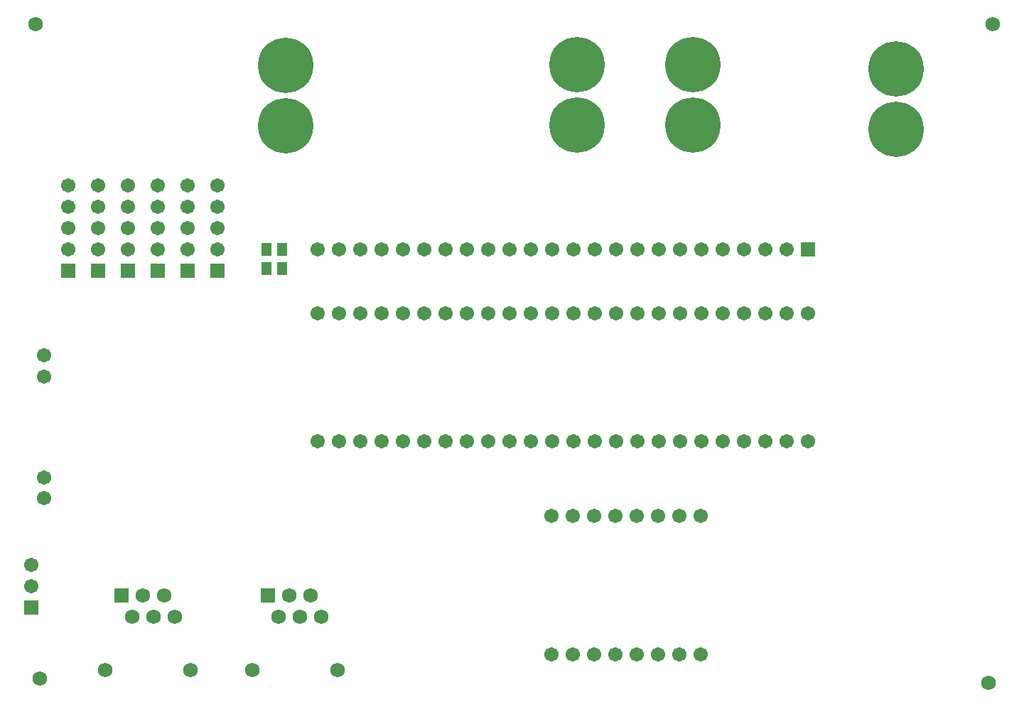
<source format=gbs>
G04*
G04 #@! TF.GenerationSoftware,Altium Limited,Altium Designer,20.0.12 (288)*
G04*
G04 Layer_Color=16711935*
%FSLAX25Y25*%
%MOIN*%
G70*
G01*
G75*
%ADD33R,0.04934X0.05918*%
%ADD41C,0.06706*%
%ADD42R,0.06706X0.06706*%
%ADD43R,0.06706X0.06706*%
%ADD44C,0.25997*%
%ADD45C,0.06800*%
%ADD46R,0.06800X0.06800*%
D33*
X129283Y217000D02*
D03*
X122000D02*
D03*
X129283Y208000D02*
D03*
X122000D02*
D03*
D41*
X265800Y27200D02*
D03*
X255800D02*
D03*
X265800Y92200D02*
D03*
X255800D02*
D03*
X285800Y27200D02*
D03*
X275800D02*
D03*
X285800Y92200D02*
D03*
X275800D02*
D03*
X305800Y27200D02*
D03*
X295800D02*
D03*
X305800Y92200D02*
D03*
X295800D02*
D03*
X315800D02*
D03*
X325800D02*
D03*
X315800Y27200D02*
D03*
X325800D02*
D03*
X145858Y127142D02*
D03*
X155858D02*
D03*
X165858D02*
D03*
X175858D02*
D03*
X185858D02*
D03*
X195858D02*
D03*
X205858D02*
D03*
X215858D02*
D03*
X225858D02*
D03*
X235858D02*
D03*
X245858D02*
D03*
X255858D02*
D03*
X265858D02*
D03*
X275858D02*
D03*
Y187142D02*
D03*
X265858D02*
D03*
X255858D02*
D03*
X245858D02*
D03*
X235858D02*
D03*
X225858D02*
D03*
X215858D02*
D03*
X205858D02*
D03*
X195858D02*
D03*
X185858D02*
D03*
X175858D02*
D03*
X295858Y127142D02*
D03*
X305858D02*
D03*
X315858D02*
D03*
X325858D02*
D03*
X335858D02*
D03*
X345858D02*
D03*
X355858D02*
D03*
X365858D02*
D03*
X375858D02*
D03*
Y187142D02*
D03*
X365858D02*
D03*
X355858D02*
D03*
X345858D02*
D03*
X335858D02*
D03*
X325858D02*
D03*
X315858D02*
D03*
X285858Y127142D02*
D03*
X165858Y187142D02*
D03*
X155858D02*
D03*
X145858D02*
D03*
X285858D02*
D03*
X295858D02*
D03*
X305858D02*
D03*
X17717Y100394D02*
D03*
Y110236D02*
D03*
Y157480D02*
D03*
Y167323D02*
D03*
X29000Y247000D02*
D03*
Y217000D02*
D03*
Y227000D02*
D03*
Y237000D02*
D03*
X43000Y247000D02*
D03*
Y217000D02*
D03*
Y227000D02*
D03*
Y237000D02*
D03*
X57000Y247000D02*
D03*
Y217000D02*
D03*
Y227000D02*
D03*
Y237000D02*
D03*
X71000Y247000D02*
D03*
Y217000D02*
D03*
Y227000D02*
D03*
Y237000D02*
D03*
X85000Y247000D02*
D03*
Y217000D02*
D03*
Y227000D02*
D03*
Y237000D02*
D03*
X99000Y247000D02*
D03*
Y217000D02*
D03*
Y227000D02*
D03*
Y237000D02*
D03*
X11811Y69055D02*
D03*
Y59055D02*
D03*
X155858Y217142D02*
D03*
X165858D02*
D03*
X175858D02*
D03*
X185858D02*
D03*
X225858D02*
D03*
X215858D02*
D03*
X205858D02*
D03*
X195858D02*
D03*
X265858D02*
D03*
X255858D02*
D03*
X245858D02*
D03*
X235858D02*
D03*
X305858D02*
D03*
X295858D02*
D03*
X285858D02*
D03*
X275858D02*
D03*
X345858D02*
D03*
X355858D02*
D03*
X365858D02*
D03*
X315858D02*
D03*
X325858D02*
D03*
X335858D02*
D03*
X145858D02*
D03*
D42*
X29000Y207000D02*
D03*
X43000D02*
D03*
X57000D02*
D03*
X71000D02*
D03*
X85000D02*
D03*
X99000D02*
D03*
X11811Y49055D02*
D03*
D43*
X375858Y217142D02*
D03*
D44*
X322047Y303937D02*
D03*
Y275590D02*
D03*
X417323Y273622D02*
D03*
Y301969D02*
D03*
X130878Y303642D02*
D03*
Y275295D02*
D03*
X267717Y303937D02*
D03*
Y275590D02*
D03*
D45*
X46398Y19783D02*
D03*
X86398D02*
D03*
X63898Y54783D02*
D03*
X73898D02*
D03*
X58898Y44783D02*
D03*
X68898D02*
D03*
X78898D02*
D03*
X115295Y19783D02*
D03*
X155295D02*
D03*
X132795Y54783D02*
D03*
X142795D02*
D03*
X127795Y44783D02*
D03*
X137795D02*
D03*
X147795D02*
D03*
X15748Y15748D02*
D03*
X462598Y322835D02*
D03*
X460630Y13780D02*
D03*
X13780Y322835D02*
D03*
D46*
X53898Y54783D02*
D03*
X122795D02*
D03*
M02*

</source>
